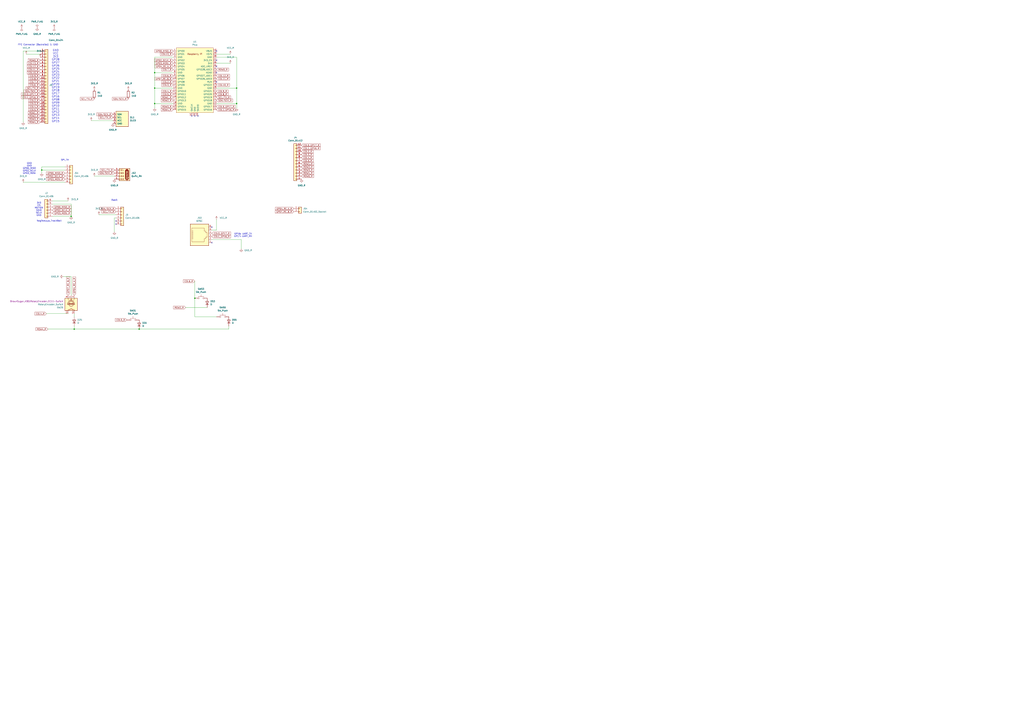
<source format=kicad_sch>
(kicad_sch (version 20250114) (generator "eeschema") (generator_version "9.0")
  (paper "A1")
  (lib_symbols
    (symbol "BrownSugar_KBD:OLED" (pin_names (offset 1.016))
      (property "Reference" "OL" (at 0 7.62 0))
      (property "Value" "OLED" (at 0 -7.62 0))
      (symbol "OLED_1_1"
        (pin bidirectional line (at -7.62 3.81 0) (length 2.54) (name "SDA") (number "1"))
        (pin bidirectional line (at -7.62 1.27 0) (length 2.54) (name "SCL") (number "2"))
        (pin power_in line (at -7.62 -1.27 0) (length 2.54) (name "VCC") (number "3"))
        (pin power_in line (at -7.62 -3.81 0) (length 2.54) (name "GND") (number "4"))
      )
    )
    (symbol "Connector:6P6C" (pin_names (offset 1.016))
      (property "Reference" "J" (at -5.08 11.43 0))
      (property "Value" "6P6C" (at 2.54 11.43 0))
      (symbol "6P6C_1_1"
        (pin passive line (at 10.16 7.62 180) (length 2.54) (name "~") (number "6"))
        (pin passive line (at 10.16 5.08 180) (length 2.54) (name "~") (number "5"))
        (pin passive line (at 10.16 2.54 180) (length 2.54) (name "~") (number "4"))
        (pin passive line (at 10.16 0 180) (length 2.54) (name "~") (number "3"))
        (pin passive line (at 10.16 -2.54 180) (length 2.54) (name "~") (number "2"))
        (pin passive line (at 10.16 -5.08 180) (length 2.54) (name "~") (number "1"))
      )
    )
    (symbol "Connector_Generic:Conn_01x02" (pin_names (offset 1.016) (hide yes))
      (property "Reference" "J" (at 0 2.54 0))
      (property "Value" "Conn_01x02" (at 0 -5.08 0))
      (symbol "Conn_01x02_1_1"
        (pin passive line (at -5.08 0 0) (length 3.81) (name "Pin_1") (number "1"))
        (pin passive line (at -5.08 -2.54 0) (length 3.81) (name "Pin_2") (number "2"))
      )
    )
    (symbol "Connector_Generic:Conn_01x06" (pin_names (offset 1.016) (hide yes))
      (property "Reference" "J" (at 0 7.62 0))
      (property "Value" "Conn_01x06" (at 0 -10.16 0))
      (symbol "Conn_01x06_1_1"
        (pin passive line (at -5.08 5.08 0) (length 3.81) (name "Pin_1") (number "1"))
        (pin passive line (at -5.08 2.54 0) (length 3.81) (name "Pin_2") (number "2"))
        (pin passive line (at -5.08 0 0) (length 3.81) (name "Pin_3") (number "3"))
        (pin passive line (at -5.08 -2.54 0) (length 3.81) (name "Pin_4") (number "4"))
        (pin passive line (at -5.08 -5.08 0) (length 3.81) (name "Pin_5") (number "5"))
        (pin passive line (at -5.08 -7.62 0) (length 3.81) (name "Pin_6") (number "6"))
      )
    )
    (symbol "Connector_Generic:Conn_01x12" (pin_names (offset 1.016) (hide yes))
      (property "Reference" "J" (at 0 15.24 0))
      (property "Value" "Conn_01x12" (at 0 -17.78 0))
      (symbol "Conn_01x12_1_1"
        (pin passive line (at -5.08 12.7 0) (length 3.81) (name "Pin_1") (number "1"))
        (pin passive line (at -5.08 10.16 0) (length 3.81) (name "Pin_2") (number "2"))
        (pin passive line (at -5.08 7.62 0) (length 3.81) (name "Pin_3") (number "3"))
        (pin passive line (at -5.08 5.08 0) (length 3.81) (name "Pin_4") (number "4"))
        (pin passive line (at -5.08 2.54 0) (length 3.81) (name "Pin_5") (number "5"))
        (pin passive line (at -5.08 0 0) (length 3.81) (name "Pin_6") (number "6"))
        (pin passive line (at -5.08 -2.54 0) (length 3.81) (name "Pin_7") (number "7"))
        (pin passive line (at -5.08 -5.08 0) (length 3.81) (name "Pin_8") (number "8"))
        (pin passive line (at -5.08 -7.62 0) (length 3.81) (name "Pin_9") (number "9"))
        (pin passive line (at -5.08 -10.16 0) (length 3.81) (name "Pin_10") (number "10"))
        (pin passive line (at -5.08 -12.7 0) (length 3.81) (name "Pin_11") (number "11"))
        (pin passive line (at -5.08 -15.24 0) (length 3.81) (name "Pin_12") (number "12"))
      )
    )
    (symbol "Connector_Generic:Conn_01x24" (pin_names (offset 1.016) (hide yes))
      (property "Reference" "J" (at 0 30.48 0))
      (property "Value" "Conn_01x24" (at 0 -33.02 0))
      (symbol "Conn_01x24_1_1"
        (pin passive line (at -5.08 27.94 0) (length 3.81) (name "Pin_1") (number "1"))
        (pin passive line (at -5.08 25.4 0) (length 3.81) (name "Pin_2") (number "2"))
        (pin passive line (at -5.08 22.86 0) (length 3.81) (name "Pin_3") (number "3"))
        (pin passive line (at -5.08 20.32 0) (length 3.81) (name "Pin_4") (number "4"))
        (pin passive line (at -5.08 17.78 0) (length 3.81) (name "Pin_5") (number "5"))
        (pin passive line (at -5.08 15.24 0) (length 3.81) (name "Pin_6") (number "6"))
        (pin passive line (at -5.08 12.7 0) (length 3.81) (name "Pin_7") (number "7"))
        (pin passive line (at -5.08 10.16 0) (length 3.81) (name "Pin_8") (number "8"))
        (pin passive line (at -5.08 7.62 0) (length 3.81) (name "Pin_9") (number "9"))
        (pin passive line (at -5.08 5.08 0) (length 3.81) (name "Pin_10") (number "10"))
        (pin passive line (at -5.08 2.54 0) (length 3.81) (name "Pin_11") (number "11"))
        (pin passive line (at -5.08 0 0) (length 3.81) (name "Pin_12") (number "12"))
        (pin passive line (at -5.08 -2.54 0) (length 3.81) (name "Pin_13") (number "13"))
        (pin passive line (at -5.08 -5.08 0) (length 3.81) (name "Pin_14") (number "14"))
        (pin passive line (at -5.08 -7.62 0) (length 3.81) (name "Pin_15") (number "15"))
        (pin passive line (at -5.08 -10.16 0) (length 3.81) (name "Pin_16") (number "16"))
        (pin passive line (at -5.08 -12.7 0) (length 3.81) (name "Pin_17") (number "17"))
        (pin passive line (at -5.08 -15.24 0) (length 3.81) (name "Pin_18") (number "18"))
        (pin passive line (at -5.08 -17.78 0) (length 3.81) (name "Pin_19") (number "19"))
        (pin passive line (at -5.08 -20.32 0) (length 3.81) (name "Pin_20") (number "20"))
        (pin passive line (at -5.08 -22.86 0) (length 3.81) (name "Pin_21") (number "21"))
        (pin passive line (at -5.08 -25.4 0) (length 3.81) (name "Pin_22") (number "22"))
        (pin passive line (at -5.08 -27.94 0) (length 3.81) (name "Pin_23") (number "23"))
        (pin passive line (at -5.08 -30.48 0) (length 3.81) (name "Pin_24") (number "24"))
      )
    )
    (symbol "Device:D" (pin_numbers (hide yes)) (pin_names (offset 1.016) (hide yes))
      (property "Reference" "D" (at 0 2.54 0))
      (property "Value" "D" (at 0 -2.54 0))
      (symbol "D_1_1"
        (pin passive line (at -3.81 0 0) (length 2.54) (name "K") (number "1"))
        (pin passive line (at 3.81 0 180) (length 2.54) (name "A") (number "2"))
      )
    )
    (symbol "Device:R" (pin_numbers (hide yes)) (pin_names (offset 0))
      (property "Reference" "R" (at 2.032 0 90))
      (property "Value" "R" (at 0 0 90))
      (symbol "R_1_1"
        (pin passive line (at 0 3.81 270) (length 1.27) (name "~") (number "1"))
        (pin passive line (at 0 -3.81 90) (length 1.27) (name "~") (number "2"))
      )
    )
    (symbol "Device:RotaryEncoder_Switch" (pin_names (offset 0.254) (hide yes))
      (property "Reference" "SW" (at 0 6.604 0))
      (property "Value" "RotaryEncoder_Switch" (at 0 -6.604 0))
      (symbol "RotaryEncoder_Switch_1_1"
        (pin passive line (at -7.62 2.54 0) (length 2.54) (name "A") (number "A"))
        (pin passive line (at -7.62 0 0) (length 2.54) (name "C") (number "C"))
        (pin passive line (at -7.62 -2.54 0) (length 2.54) (name "B") (number "B"))
        (pin passive line (at 7.62 2.54 180) (length 2.54) (name "S1") (number "S1"))
        (pin passive line (at 7.62 -2.54 180) (length 2.54) (name "S2") (number "S2"))
      )
    )
    (symbol "RPi_Pico:Pico" (pin_names (offset 1.016))
      (property "Reference" "U" (at -13.97 27.94 0))
      (property "Value" "Pico" (at 0 19.05 0))
      (symbol "Pico_0_0"
        (text "Raspberry Pi" (at 0 21.59 0) (effects (font (size 1.27 1.27))))
      )
      (symbol "Pico_1_1"
        (pin bidirectional line (at -17.78 24.13 0) (length 2.54) (name "GPIO0") (number "1"))
        (pin bidirectional line (at -17.78 21.59 0) (length 2.54) (name "GPIO1") (number "2"))
        (pin power_in line (at -17.78 19.05 0) (length 2.54) (name "GND") (number "3"))
        (pin bidirectional line (at -17.78 16.51 0) (length 2.54) (name "GPIO2") (number "4"))
        (pin bidirectional line (at -17.78 13.97 0) (length 2.54) (name "GPIO3") (number "5"))
        (pin bidirectional line (at -17.78 11.43 0) (length 2.54) (name "GPIO4") (number "6"))
        (pin bidirectional line (at -17.78 8.89 0) (length 2.54) (name "GPIO5") (number "7"))
        (pin power_in line (at -17.78 6.35 0) (length 2.54) (name "GND") (number "8"))
        (pin bidirectional line (at -17.78 3.81 0) (length 2.54) (name "GPIO6") (number "9"))
        (pin bidirectional line (at -17.78 1.27 0) (length 2.54) (name "GPIO7") (number "10"))
        (pin bidirectional line (at -17.78 -1.27 0) (length 2.54) (name "GPIO8") (number "11"))
        (pin bidirectional line (at -17.78 -3.81 0) (length 2.54) (name "GPIO9") (number "12"))
        (pin power_in line (at -17.78 -6.35 0) (length 2.54) (name "GND") (number "13"))
        (pin bidirectional line (at -17.78 -8.89 0) (length 2.54) (name "GPIO10") (number "14"))
        (pin bidirectional line (at -17.78 -11.43 0) (length 2.54) (name "GPIO11") (number "15"))
        (pin bidirectional line (at -17.78 -13.97 0) (length 2.54) (name "GPIO12") (number "16"))
        (pin bidirectional line (at -17.78 -16.51 0) (length 2.54) (name "GPIO13") (number "17"))
        (pin power_in line (at -17.78 -19.05 0) (length 2.54) (name "GND") (number "18"))
        (pin bidirectional line (at -17.78 -21.59 0) (length 2.54) (name "GPIO14") (number "19"))
        (pin bidirectional line (at -17.78 -24.13 0) (length 2.54) (name "GPIO15") (number "20"))
        (pin input line (at -2.54 -29.21 90) (length 2.54) (name "SWCLK") (number "41"))
        (pin power_in line (at 0 -29.21 90) (length 2.54) (name "GND") (number "42"))
        (pin bidirectional line (at 2.54 -29.21 90) (length 2.54) (name "SWDIO") (number "43"))
        (pin unspecified line (at 17.78 24.13 180) (length 2.54) (name "VBUS") (number "40"))
        (pin unspecified line (at 17.78 21.59 180) (length 2.54) (name "VSYS") (number "39"))
        (pin bidirectional line (at 17.78 19.05 180) (length 2.54) (name "GND") (number "38"))
        (pin input line (at 17.78 16.51 180) (length 2.54) (name "3V3_EN") (number "37"))
        (pin unspecified line (at 17.78 13.97 180) (length 2.54) (name "3V3") (number "36"))
        (pin unspecified line (at 17.78 11.43 180) (length 2.54) (name "ADC_VREF") (number "35"))
        (pin bidirectional line (at 17.78 8.89 180) (length 2.54) (name "GPIO28_ADC2") (number "34"))
        (pin power_in line (at 17.78 6.35 180) (length 2.54) (name "AGND") (number "33"))
        (pin bidirectional line (at 17.78 3.81 180) (length 2.54) (name "GPIO27_ADC1") (number "32"))
        (pin bidirectional line (at 17.78 1.27 180) (length 2.54) (name "GPIO26_ADC0") (number "31"))
        (pin input line (at 17.78 -1.27 180) (length 2.54) (name "RUN") (number "30"))
        (pin bidirectional line (at 17.78 -3.81 180) (length 2.54) (name "GPIO22") (number "29"))
        (pin power_in line (at 17.78 -6.35 180) (length 2.54) (name "GND") (number "28"))
        (pin bidirectional line (at 17.78 -8.89 180) (length 2.54) (name "GPIO21") (number "27"))
        (pin bidirectional line (at 17.78 -11.43 180) (length 2.54) (name "GPIO20") (number "26"))
        (pin bidirectional line (at 17.78 -13.97 180) (length 2.54) (name "GPIO19") (number "25"))
        (pin bidirectional line (at 17.78 -16.51 180) (length 2.54) (name "GPIO18") (number "24"))
        (pin power_in line (at 17.78 -19.05 180) (length 2.54) (name "GND") (number "23"))
        (pin bidirectional line (at 17.78 -21.59 180) (length 2.54) (name "GPIO17") (number "22"))
        (pin bidirectional line (at 17.78 -24.13 180) (length 2.54) (name "GPIO16") (number "21"))
      )
    )
    (symbol "SparkFun-Connector:Qwiic_Right_Angle" (pin_names (offset 1.016) (hide yes))
      (property "Reference" "J" (at 0 5.08 0))
      (property "Value" "Qwiic_RA" (at 0 -7.62 0))
      (symbol "Qwiic_Right_Angle_1_1"
        (text "SCL" (at 1.27 2.54 0) (effects (font (size 1 1))))
        (text "SDA" (at 1.27 0 0) (effects (font (size 1 1))))
        (text "3V3" (at 1.27 -2.54 0) (effects (font (size 1 1))))
        (text "GND" (at 1.27 -5.08 0) (effects (font (size 1 1))))
        (pin passive line (at -5.08 2.54 0) (length 3.81) (name "Pin_4") (number "4"))
        (pin passive line (at -5.08 0 0) (length 3.81) (name "Pin_3") (number "3"))
        (pin passive line (at -5.08 -2.54 0) (length 3.81) (name "Pin_2") (number "2"))
        (pin passive line (at -5.08 -5.08 0) (length 3.81) (name "Pin_1") (number "1"))
        (pin no_connect line (at 5.08 3.81 270) (length 2.54) (hide yes) (name "NC") (number "NC1"))
        (pin no_connect line (at 6.35 3.81 270) (length 2.54) (hide yes) (name "NC") (number "NC2"))
      )
    )
    (symbol "Switch:SW_Push" (pin_numbers (hide yes)) (pin_names (offset 1.016) (hide yes))
      (property "Reference" "SW" (at 1.27 2.54 0))
      (property "Value" "SW_Push" (at 0 -1.524 0))
      (symbol "SW_Push_0_1"
        (pin passive line (at -5.08 0 0) (length 2.54) (name "1") (number "1"))
        (pin passive line (at 5.08 0 180) (length 2.54) (name "2") (number "2"))
      )
    )
    (symbol "power:GND" (power) (pin_numbers (hide yes)) (pin_names (offset 0) (hide yes))
      (property "Value" "GND" (at 0 -3.81 0))
      (symbol "GND_1_1"
        (pin power_in line (at 0 0 270) (length 0) (name "~") (number "1"))
      )
    )
    (symbol "power:PWR_FLAG" (power) (pin_numbers (hide yes)) (pin_names (offset 0) (hide yes))
      (property "Value" "PWR_FLAG" (at 0 3.81 0))
      (symbol "PWR_FLAG_0_0"
        (pin power_out line (at 0 0 90) (length 0) (name "~") (number "1"))
      )
    )
    (symbol "power:VCC" (power) (pin_numbers (hide yes)) (pin_names (offset 0) (hide yes))
      (property "Value" "VCC" (at 0 3.556 0))
      (symbol "VCC_1_1"
        (pin power_in line (at 0 0 90) (length 0) (name "~") (number "1"))
      )
    )
  )
  (text "GND\nGND\nGP00_MISO\nGP02_SCLK\nGP03_MOSI" (at 24.13 138.43 0) (effects (font (size 1.27 1.27))))
  (text "Rabit" (at 93.98 164.592 0) (effects (font (size 1.27 1.27))))
  (text "SPI_TH" (at 53.34 131.572 0) (effects (font (size 1.27 1.27))))
  (text "GP16: UART_TX\nGP17: UART_RX" (at 199.644 193.294 0) (effects (font (size 1.27 1.27))))
  (text "Nogikesuya_TrackBall\n" (at 40.386 181.61 0) (effects (font (size 1.27 1.27))))
  (text "3V3\nCS\nMOTION\nSDIO\nSCLK\nGND" (at 32.004 171.958 0) (effects (font (size 1.27 1.27))))
  (text "FFC Connector (Backside) １: GND" (at 31.242 36.83 0) (effects (font (size 1.27 1.27))))
  (text "GND\nVCC\n3V3\nGP28\nGP27\nGP26\nGP25\nGP24\nGP23\nGP22\nGP21\nGP20\nGP19\nGP18\nGP17\nGP16\nGP08\nGP09\nGP10\nGP11\nGP12\nGP13\nGP14\nGP15\n" (at 45.72 70.612 0) (effects (font (size 1.5748 1.5748))))
  (junction (at 60.96 270.51))
  (junction (at 127 72.39))
  (junction (at 58.42 177.8))
  (junction (at 194.31 72.39))
  (junction (at 34.29 139.7))
  (junction (at 114.3 270.51))
  (junction (at 160.02 245.11))
  (junction (at 194.31 85.09))
  (junction (at 127 59.69))
  (junction (at 127 85.09))
  (no_connect (at 162.56 95.25))
  (no_connect (at 177.8 67.31))
  (no_connect (at 177.8 41.91))
  (no_connect (at 95.25 181.61))
  (no_connect (at 173.99 186.69))
  (no_connect (at 177.8 49.53))
  (no_connect (at 160.02 95.25))
  (no_connect (at 157.48 95.25))
  (no_connect (at 173.99 199.39))
  (no_connect (at 95.25 184.15))
  (no_connect (at 177.8 59.69))
  (no_connect (at 177.8 54.61))
  (wire (pts (xy 43.18 167.64) (xy 58.42 167.64)))
  (wire (pts (xy 142.24 46.99) (xy 127 46.99)))
  (wire (pts (xy 19.05 149.86) (xy 53.34 149.86)))
  (wire (pts (xy 194.31 46.99) (xy 194.31 72.39)))
  (wire (pts (xy 177.8 85.09) (xy 194.31 85.09)))
  (wire (pts (xy 114.3 270.51) (xy 187.96 270.51)))
  (wire (pts (xy 127 85.09) (xy 142.24 85.09)))
  (wire (pts (xy 60.96 257.81) (xy 60.96 260.35)))
  (wire (pts (xy 60.96 270.51) (xy 114.3 270.51)))
  (wire (pts (xy 173.99 196.85) (xy 198.12 196.85)))
  (wire (pts (xy 81.28 176.53) (xy 95.25 176.53)))
  (wire (pts (xy 58.42 227.33) (xy 52.07 227.33)))
  (wire (pts (xy 194.31 88.9) (xy 194.31 85.09)))
  (wire (pts (xy 189.23 52.07) (xy 177.8 52.07)))
  (wire (pts (xy 160.02 231.14) (xy 160.02 245.11)))
  (wire (pts (xy 194.31 72.39) (xy 194.31 85.09)))
  (wire (pts (xy 177.8 260.35) (xy 160.02 260.35)))
  (wire (pts (xy 152.4 252.73) (xy 170.18 252.73)))
  (wire (pts (xy 39.37 270.51) (xy 60.96 270.51)))
  (wire (pts (xy 34.29 137.16) (xy 34.29 139.7)))
  (wire (pts (xy 19.05 41.91) (xy 19.05 100.33)))
  (wire (pts (xy 187.96 270.51) (xy 187.96 267.97)))
  (wire (pts (xy 60.96 267.97) (xy 60.96 270.51)))
  (wire (pts (xy 177.8 46.99) (xy 194.31 46.99)))
  (wire (pts (xy 177.8 189.23) (xy 173.99 189.23)))
  (wire (pts (xy 127 46.99) (xy 127 59.69)))
  (wire (pts (xy 198.12 196.85) (xy 198.12 204.47)))
  (wire (pts (xy 34.29 139.7) (xy 53.34 139.7)))
  (wire (pts (xy 127 72.39) (xy 127 85.09)))
  (wire (pts (xy 77.47 144.78) (xy 93.98 144.78)))
  (wire (pts (xy 74.93 99.06) (xy 92.71 99.06)))
  (wire (pts (xy 58.42 177.8) (xy 43.18 177.8)))
  (wire (pts (xy 21.59 44.45) (xy 33.02 44.45)))
  (wire (pts (xy 93.98 179.07) (xy 95.25 179.07)))
  (wire (pts (xy 177.8 180.34) (xy 177.8 189.23)))
  (wire (pts (xy 93.98 190.5) (xy 93.98 179.07)))
  (wire (pts (xy 189.23 44.45) (xy 177.8 44.45)))
  (wire (pts (xy 127 59.69) (xy 142.24 59.69)))
  (wire (pts (xy 127 72.39) (xy 142.24 72.39)))
  (wire (pts (xy 177.8 72.39) (xy 194.31 72.39)))
  (wire (pts (xy 34.29 139.7) (xy 34.29 142.24)))
  (wire (pts (xy 58.42 167.64) (xy 58.42 177.8)))
  (wire (pts (xy 38.1 257.81) (xy 55.88 257.81)))
  (wire (pts (xy 160.02 260.35) (xy 160.02 245.11)))
  (wire (pts (xy 43.18 165.1) (xy 55.88 165.1)))
  (wire (pts (xy 58.42 242.57) (xy 58.42 227.33)))
  (wire (pts (xy 33.02 41.91) (xy 19.05 41.91)))
  (wire (pts (xy 127 59.69) (xy 127 72.39)))
  (wire (pts (xy 53.34 137.16) (xy 34.29 137.16)))
  (wire (pts (xy 127 85.09) (xy 127 88.9)))
  (global_label "SCL{slash}TX_R" (shape input) (at 177.8 80.01 0) (property "Intersheetrefs" "${INTERSHEET_REFS}" (effects (hide yes))))
  (global_label "ROW4_R" (shape input) (at 33.02 100.33 180) (property "Intersheetrefs" "${INTERSHEET_REFS}" (effects (hide yes))))
  (global_label "COL5_R" (shape input) (at 247.65 132.08 0) (property "Intersheetrefs" "${INTERSHEET_REFS}" (effects (hide yes))))
  (global_label "COL11_R" (shape input) (at 33.02 57.15 180) (property "Intersheetrefs" "${INTERSHEET_REFS}" (effects (hide yes))))
  (global_label "GP02_SCLK_R" (shape input) (at 142.24 49.53 180) (property "Intersheetrefs" "${INTERSHEET_REFS}" (effects (hide yes))))
  (global_label "COL1_GP16_R" (shape input) (at 247.65 121.92 0) (property "Intersheetrefs" "${INTERSHEET_REFS}" (effects (hide yes))))
  (global_label "COL5_R" (shape input) (at 142.24 77.47 180) (property "Intersheetrefs" "${INTERSHEET_REFS}" (effects (hide yes))))
  (global_label "COL2_R" (shape input) (at 142.24 67.31 180) (property "Intersheetrefs" "${INTERSHEET_REFS}" (effects (hide yes))))
  (global_label "COL5_R" (shape input) (at 104.14 262.89 180) (property "Intersheetrefs" "${INTERSHEET_REFS}" (effects (hide yes))))
  (global_label "SCL{slash}TX_R" (shape input) (at 33.02 72.39 180) (property "Intersheetrefs" "${INTERSHEET_REFS}" (effects (hide yes))))
  (global_label "COL3_R" (shape input) (at 247.65 127 0) (property "Intersheetrefs" "${INTERSHEET_REFS}" (effects (hide yes))))
  (global_label "GP04_RE_A_R" (shape input) (at 142.24 54.61 180) (property "Intersheetrefs" "${INTERSHEET_REFS}" (effects (hide yes))))
  (global_label "ROW0_R" (shape input) (at 177.8 57.15 0) (property "Intersheetrefs" "${INTERSHEET_REFS}" (effects (hide yes))))
  (global_label "ROW3_R" (shape input) (at 33.02 97.79 180) (property "Intersheetrefs" "${INTERSHEET_REFS}" (effects (hide yes))))
  (global_label "COL5_R" (shape input) (at 33.02 90.17 180) (property "Intersheetrefs" "${INTERSHEET_REFS}" (effects (hide yes))))
  (global_label "COL11_R" (shape input) (at 177.8 64.77 0) (property "Intersheetrefs" "${INTERSHEET_REFS}" (effects (hide yes))))
  (global_label "COL12_R" (shape input) (at 33.02 54.61 180) (property "Intersheetrefs" "${INTERSHEET_REFS}" (effects (hide yes))))
  (global_label "COL0_GP17_R" (shape input) (at 173.99 191.77 0) (property "Intersheetrefs" "${INTERSHEET_REFS}" (effects (hide yes))))
  (global_label "GP03_MOSI_R" (shape input) (at 43.18 175.26 0) (property "Intersheetrefs" "${INTERSHEET_REFS}" (effects (hide yes))))
  (global_label "ROW1_R" (shape input) (at 247.65 134.62 0) (property "Intersheetrefs" "${INTERSHEET_REFS}" (effects (hide yes))))
  (global_label "COL1_GP16_R" (shape input) (at 33.02 80.01 180) (property "Intersheetrefs" "${INTERSHEET_REFS}" (effects (hide yes))))
  (global_label "COL7_R" (shape input) (at 142.24 57.15 180) (property "Intersheetrefs" "${INTERSHEET_REFS}" (effects (hide yes))))
  (global_label "SCL{slash}TX_R" (shape input) (at 77.47 81.28 180) (property "Intersheetrefs" "${INTERSHEET_REFS}" (effects (hide yes))))
  (global_label "COL3_R" (shape input) (at 33.02 85.09 180) (property "Intersheetrefs" "${INTERSHEET_REFS}" (effects (hide yes))))
  (global_label "ROW4_R" (shape input) (at 39.37 270.51 180) (property "Intersheetrefs" "${INTERSHEET_REFS}" (effects (hide yes))))
  (global_label "COL12_R" (shape input) (at 177.8 62.23 0) (property "Intersheetrefs" "${INTERSHEET_REFS}" (effects (hide yes))))
  (global_label "SDA{slash}SCK_R" (shape input) (at 33.02 74.93 180) (property "Intersheetrefs" "${INTERSHEET_REFS}" (effects (hide yes))))
  (global_label "COL2_R" (shape input) (at 33.02 82.55 180) (property "Intersheetrefs" "${INTERSHEET_REFS}" (effects (hide yes))))
  (global_label "ROW2_R" (shape input) (at 33.02 95.25 180) (property "Intersheetrefs" "${INTERSHEET_REFS}" (effects (hide yes))))
  (global_label "COL0_GP17_R" (shape input) (at 247.65 119.38 0) (property "Intersheetrefs" "${INTERSHEET_REFS}" (effects (hide yes))))
  (global_label "COL0_GP17_R" (shape input) (at 33.02 77.47 180) (property "Intersheetrefs" "${INTERSHEET_REFS}" (effects (hide yes))))
  (global_label "ROW2_R" (shape input) (at 247.65 137.16 0) (property "Intersheetrefs" "${INTERSHEET_REFS}" (effects (hide yes))))
  (global_label "GP07_RE_B_R" (shape input) (at 142.24 64.77 180) (property "Intersheetrefs" "${INTERSHEET_REFS}" (effects (hide yes))))
  (global_label "ROW1_R" (shape input) (at 33.02 92.71 180) (property "Intersheetrefs" "${INTERSHEET_REFS}" (effects (hide yes))))
  (global_label "COL8_R" (shape input) (at 33.02 64.77 180) (property "Intersheetrefs" "${INTERSHEET_REFS}" (effects (hide yes))))
  (global_label "COL4_R" (shape input) (at 142.24 74.93 180) (property "Intersheetrefs" "${INTERSHEET_REFS}" (effects (hide yes))))
  (global_label "SDA{slash}SCK_R" (shape input) (at 93.98 142.24 180) (property "Intersheetrefs" "${INTERSHEET_REFS}" (effects (hide yes))))
  (global_label "GP00_MISO_R" (shape input) (at 142.24 41.91 180) (property "Intersheetrefs" "${INTERSHEET_REFS}" (effects (hide yes))))
  (global_label "COL6_R" (shape input) (at 160.02 231.14 180) (property "Intersheetrefs" "${INTERSHEET_REFS}" (effects (hide yes))))
  (global_label "COL3_R" (shape input) (at 142.24 69.85 180) (property "Intersheetrefs" "${INTERSHEET_REFS}" (effects (hide yes))))
  (global_label "GP00_MISO_R" (shape input) (at 43.18 170.18 0) (property "Intersheetrefs" "${INTERSHEET_REFS}" (effects (hide yes))))
  (global_label "COL13_R" (shape input) (at 33.02 52.07 180) (property "Intersheetrefs" "${INTERSHEET_REFS}" (effects (hide yes))))
  (global_label "ROW4_R" (shape input) (at 247.65 142.24 0) (property "Intersheetrefs" "${INTERSHEET_REFS}" (effects (hide yes))))
  (global_label "GP02_SCLK_R" (shape input) (at 43.18 172.72 0) (property "Intersheetrefs" "${INTERSHEET_REFS}" (effects (hide yes))))
  (global_label "COL1_GP16_R" (shape input) (at 173.99 194.31 0) (property "Intersheetrefs" "${INTERSHEET_REFS}" (effects (hide yes))))
  (global_label "COL8_R" (shape input) (at 177.8 77.47 0) (property "Intersheetrefs" "${INTERSHEET_REFS}" (effects (hide yes))))
  (global_label "GP03_MOSI_R" (shape input) (at 53.34 147.32 180) (property "Intersheetrefs" "${INTERSHEET_REFS}" (effects (hide yes))))
  (global_label "SCL{slash}TX_R" (shape input) (at 92.71 96.52 180) (property "Intersheetrefs" "${INTERSHEET_REFS}" (effects (hide yes))))
  (global_label "ROW0_R" (shape input) (at 33.02 49.53 180) (property "Intersheetrefs" "${INTERSHEET_REFS}" (effects (hide yes))))
  (global_label "COL10_R" (shape input) (at 177.8 69.85 0) (property "Intersheetrefs" "${INTERSHEET_REFS}" (effects (hide yes))))
  (global_label "ROW2_R" (shape input) (at 142.24 82.55 180) (property "Intersheetrefs" "${INTERSHEET_REFS}" (effects (hide yes))))
  (global_label "ROW3_R" (shape input) (at 247.65 139.7 0) (property "Intersheetrefs" "${INTERSHEET_REFS}" (effects (hide yes))))
  (global_label "GP07_RE_B_R" (shape input) (at 241.3 173.99 180) (property "Intersheetrefs" "${INTERSHEET_REFS}" (effects (hide yes))))
  (global_label "COL7_R" (shape input) (at 33.02 67.31 180) (property "Intersheetrefs" "${INTERSHEET_REFS}" (effects (hide yes))))
  (global_label "COL2_R" (shape input) (at 247.65 124.46 0) (property "Intersheetrefs" "${INTERSHEET_REFS}" (effects (hide yes))))
  (global_label "COL4_R" (shape input) (at 33.02 87.63 180) (property "Intersheetrefs" "${INTERSHEET_REFS}" (effects (hide yes))))
  (global_label "COL0_GP17_R" (shape input) (at 177.8 87.63 0) (property "Intersheetrefs" "${INTERSHEET_REFS}" (effects (hide yes))))
  (global_label "GP03_MOSI_R" (shape input) (at 142.24 52.07 180) (property "Intersheetrefs" "${INTERSHEET_REFS}" (effects (hide yes))))
  (global_label "GP02_SCLK_R" (shape input) (at 53.34 144.78 180) (property "Intersheetrefs" "${INTERSHEET_REFS}" (effects (hide yes))))
  (global_label "GP04_RE_A_R" (shape input) (at 60.96 242.57 90) (property "Intersheetrefs" "${INTERSHEET_REFS}" (effects (hide yes))))
  (global_label "COL1_GP16_R" (shape input) (at 177.8 90.17 0) (property "Intersheetrefs" "${INTERSHEET_REFS}" (effects (hide yes))))
  (global_label "SDA{slash}SCK_R" (shape input) (at 92.71 93.98 180) (property "Intersheetrefs" "${INTERSHEET_REFS}" (effects (hide yes))))
  (global_label "COL10_R" (shape input) (at 33.02 59.69 180) (property "Intersheetrefs" "${INTERSHEET_REFS}" (effects (hide yes))))
  (global_label "SDA{slash}SCK_R" (shape input) (at 95.25 171.45 180) (property "Intersheetrefs" "${INTERSHEET_REFS}" (effects (hide yes))))
  (global_label "SCL{slash}TX_R" (shape input) (at 93.98 139.7 180) (property "Intersheetrefs" "${INTERSHEET_REFS}" (effects (hide yes))))
  (global_label "COL9_R" (shape input) (at 33.02 62.23 180) (property "Intersheetrefs" "${INTERSHEET_REFS}" (effects (hide yes))))
  (global_label "COL6_R" (shape input) (at 142.24 62.23 180) (property "Intersheetrefs" "${INTERSHEET_REFS}" (effects (hide yes))))
  (global_label "ROW3_R" (shape input) (at 142.24 87.63 180) (property "Intersheetrefs" "${INTERSHEET_REFS}" (effects (hide yes))))
  (global_label "COL4_R" (shape input) (at 247.65 129.54 0) (property "Intersheetrefs" "${INTERSHEET_REFS}" (effects (hide yes))))
  (global_label "SDA{slash}SCK_R" (shape input) (at 177.8 82.55 0) (property "Intersheetrefs" "${INTERSHEET_REFS}" (effects (hide yes))))
  (global_label "COL13_R" (shape input) (at 142.24 44.45 180) (property "Intersheetrefs" "${INTERSHEET_REFS}" (effects (hide yes))))
  (global_label "ROW0_R" (shape input) (at 247.65 144.78 0) (property "Intersheetrefs" "${INTERSHEET_REFS}" (effects (hide yes))))
  (global_label "COL9_R" (shape input) (at 177.8 74.93 0) (property "Intersheetrefs" "${INTERSHEET_REFS}" (effects (hide yes))))
  (global_label "GP07_RE_B_R" (shape input) (at 55.88 242.57 90) (property "Intersheetrefs" "${INTERSHEET_REFS}" (effects (hide yes))))
  (global_label "COL4_R" (shape input) (at 38.1 257.81 180) (property "Intersheetrefs" "${INTERSHEET_REFS}" (effects (hide yes))))
  (global_label "ROW1_R" (shape input) (at 142.24 80.01 180) (property "Intersheetrefs" "${INTERSHEET_REFS}" (effects (hide yes))))
  (global_label "GP00_MISO_R" (shape input) (at 53.34 142.24 180) (property "Intersheetrefs" "${INTERSHEET_REFS}" (effects (hide yes))))
  (global_label "SDA{slash}SCK_R" (shape input) (at 105.41 81.28 180) (property "Intersheetrefs" "${INTERSHEET_REFS}" (effects (hide yes))))
  (global_label "SCL{slash}TX_R" (shape input) (at 95.25 173.99 180) (property "Intersheetrefs" "${INTERSHEET_REFS}" (effects (hide yes))))
  (global_label "GP04_RE_A_R" (shape input) (at 241.3 171.45 180) (property "Intersheetrefs" "${INTERSHEET_REFS}" (effects (hide yes))))
  (global_label "ROW2_R" (shape input) (at 152.4 252.73 180) (property "Intersheetrefs" "${INTERSHEET_REFS}" (effects (hide yes))))
  (global_label "ROW4_R" (shape input) (at 142.24 90.17 180) (property "Intersheetrefs" "${INTERSHEET_REFS}" (effects (hide yes))))
  (global_label "COL6_R" (shape input) (at 33.02 69.85 180) (property "Intersheetrefs" "${INTERSHEET_REFS}" (effects (hide yes))))
  (symbol (lib_id "power:GND") (at 194.31 88.9 0) (unit 1)
    (property "Reference" "#PWR010" (effects (hide yes)))
    (property "Value" "GND_R" (at 194.31 93.98 0))
    (property "Description" "Power symbol creates a global label with name \"GND\" , ground" (effects (hide yes)))
  )
  (symbol (lib_id "Connector_Generic:Conn_01x02") (at 246.38 171.45 0) (unit 1)
    (property "Reference" "J54" (at 248.92 171.4499 0) (effects (justify left)))
    (property "Value" "Conn_01x02_Socket" (at 248.92 173.9899 0) (effects (justify left)))
    (property "Footprint" "Connector_PinHeader_2.54mm:PinHeader_1x02_P2.54mm_Vertical" (effects (hide yes)))
    (property "Description" "Generic connector, single row, 01x02, script generated (kicad-library-utils/schlib/autogen/connector/)" (effects (hide yes)))
  )
  (symbol (lib_id "power:GND") (at 93.98 147.32 0) (unit 1)
    (property "Reference" "#PWR07" (effects (hide yes)))
    (property "Value" "GND_R" (at 93.98 152.4 0))
    (property "Description" "Power symbol creates a global label with name \"GND\" , ground" (effects (hide yes)))
  )
  (symbol (lib_id "power:GND") (at 92.71 101.6 0) (unit 1)
    (property "Reference" "#PWR011" (effects (hide yes)))
    (property "Value" "GND_R" (at 92.71 106.68 0))
    (property "Description" "Power symbol creates a global label with name \"GND\" , ground" (effects (hide yes)))
  )
  (symbol (lib_id "power:GND") (at 127 88.9 0) (unit 1)
    (property "Reference" "#PWR021" (effects (hide yes)))
    (property "Value" "GND_R" (at 127 93.98 0))
    (property "Description" "Power symbol creates a global label with name \"GND\" , ground" (effects (hide yes)))
  )
  (symbol (lib_id "Connector_Generic:Conn_01x12") (at 242.57 134.62 180) (unit 1)
    (property "Reference" "J4" (at 242.57 113.03 0))
    (property "Value" "Conn_01x12" (at 242.57 115.57 0))
    (property "Footprint" "DreaM117er-keebLibrary:Hirose_FH12-12S-0.5SH_1x12-1MP_P0.50mm_Horizontal" (effects (hide yes)))
    (property "Description" "Generic connector, single row, 01x12, script generated (kicad-library-utils/schlib/autogen/connector/)" (effects (hide yes)))
  )
  (symbol (lib_id "SparkFun-Connector:Qwiic_Right_Angle") (at 99.06 142.24 0) (unit 1)
    (property "Reference" "J52" (at 107.95 142.2399 0) (effects (justify left)))
    (property "Value" "Qwiic_RA" (at 107.95 144.7799 0) (effects (justify left)))
    (property "Footprint" "SparkFun-Connector:JST_SMD_1.0mm-4_Black" (effects (hide yes)))
    (property "Datasheet" "https://www.jst-mfg.com/product/pdf/eng/eSH.pdf" (effects (hide yes)))
    (property "Description" "4 pin JST 1mm polarized connector for I2C" (effects (hide yes)))
    (property "PROD_ID" "CONN-13694" (effects (hide yes)))
  )
  (symbol (lib_id "Connector_Generic:Conn_01x06") (at 38.1 172.72 180) (unit 1)
    (property "Reference" "J2" (at 38.1 158.75 0))
    (property "Value" "Conn_01x06" (at 38.1 161.29 0))
    (property "Footprint" "Connector_FFC-FPC:Hirose_FH12-6S-0.5SH_1x06-1MP_P0.50mm_Horizontal" (effects (hide yes)))
    (property "Description" "Generic connector, single row, 01x06, script generated (kicad-library-utils/schlib/autogen/connector/)" (effects (hide yes)))
  )
  (symbol (lib_id "power:VCC") (at 77.47 144.78 0) (unit 1)
    (property "Reference" "#PWR018" (effects (hide yes)))
    (property "Value" "3V3_R" (at 77.47 139.7 0))
    (property "Description" "Power symbol creates a global label with name \"VCC\"" (effects (hide yes)))
  )
  (symbol (lib_id "power:VCC") (at 55.88 165.1 0) (unit 1)
    (property "Reference" "#PWR027" (effects (hide yes)))
    (property "Value" "3V3_R" (at 58.42 163.8299 0) (effects (justify left)))
    (property "Description" "Power symbol creates a global label with name \"VCC\"" (effects (hide yes)))
  )
  (symbol (lib_id "power:GND") (at 198.12 204.47 0) (unit 1)
    (property "Reference" "#PWR058" (effects (hide yes)))
    (property "Value" "GND_R" (at 200.66 205.7399 0) (effects (justify left)))
    (property "Description" "Power symbol creates a global label with name \"GND\" , ground" (effects (hide yes)))
  )
  (symbol (lib_id "power:GND") (at 30.48 22.86 0) (unit 1)
    (property "Reference" "#PWR06" (effects (hide yes)))
    (property "Value" "GND_R" (at 30.48 27.94 0))
    (property "Description" "Power symbol creates a global label with name \"GND\" , ground" (effects (hide yes)))
  )
  (symbol (lib_id "Switch:SW_Push") (at 165.1 245.11 0) (mirror y) (unit 1)
    (property "Reference" "SW53" (at 165.1 237.49 0))
    (property "Value" "SW_Push" (at 165.1 240.03 0))
    (property "Footprint" "Rikkodo_FootPrint:rkd_Asm_ChocV1V2_Hotswap_1u" (effects (hide yes)))
    (property "Description" "Push button switch, generic, two pins" (effects (hide yes)))
  )
  (symbol (lib_id "Device:D") (at 187.96 264.16 90) (unit 1)
    (property "Reference" "D55" (at 190.5 262.8899 90) (effects (justify right)))
    (property "Value" "D" (at 190.5 265.4299 90) (effects (justify right)))
    (property "Footprint" "kbd_Parts:Diode_SMD" (effects (hide yes)))
    (property "Description" "Diode" (effects (hide yes)))
    (property "Sim.Device" "D" (effects (hide yes)))
    (property "Sim.Pins" "1=K 2=A" (effects (hide yes)))
  )
  (symbol (lib_id "power:VCC") (at 17.78 22.86 0) (unit 1)
    (property "Reference" "#PWR05" (effects (hide yes)))
    (property "Value" "VCC_R" (at 17.78 17.78 0))
    (property "Description" "Power symbol creates a global label with name \"VCC\"" (effects (hide yes)))
  )
  (symbol (lib_id "Device:D") (at 114.3 266.7 90) (unit 1)
    (property "Reference" "D31" (at 116.84 265.4299 90) (effects (justify right)))
    (property "Value" "D" (at 116.84 267.9699 90) (effects (justify right)))
    (property "Footprint" "kbd_Parts:Diode_SMD" (effects (hide yes)))
    (property "Description" "Diode" (effects (hide yes)))
    (property "Sim.Device" "D" (effects (hide yes)))
    (property "Sim.Pins" "1=K 2=A" (effects (hide yes)))
  )
  (symbol (lib_id "power:VCC") (at 21.59 44.45 0) (unit 1)
    (property "Reference" "#PWR02" (effects (hide yes)))
    (property "Value" "VCC_R" (at 21.59 39.37 0))
    (property "Description" "Power symbol creates a global label with name \"VCC\"" (effects (hide yes)))
  )
  (symbol (lib_id "Device:R") (at 105.41 77.47 0) (unit 1)
    (property "Reference" "R2" (at 107.95 76.2 0) (effects (justify left)))
    (property "Value" "1kΩ" (at 107.95 78.74 0) (effects (justify left)))
    (property "Footprint" "Resistor_SMD:R_0603_1608Metric" (effects (hide yes)))
  )
  (symbol (lib_id "power:GND") (at 58.42 177.8 0) (unit 1)
    (property "Reference" "#PWR025" (effects (hide yes)))
    (property "Value" "GND_R" (at 58.42 182.88 0))
    (property "Description" "Power symbol creates a global label with name \"GND\" , ground" (effects (hide yes)))
  )
  (symbol (lib_id "Connector_Generic:Conn_01x06") (at 100.33 176.53 0) (unit 1)
    (property "Reference" "J3" (at 102.87 176.5299 0) (effects (justify left)))
    (property "Value" "Conn_01x06" (at 102.87 179.0699 0) (effects (justify left)))
    (property "Footprint" "DreaM117er-keebLibrary:Hirose_FH12-6S-0.5SH_1x06-1MP_P0.50mm_Horizontal" (effects (hide yes)))
  )
  (symbol (lib_id "Device:R") (at 77.47 77.47 0) (unit 1)
    (property "Reference" "R1" (at 80.01 76.2 0) (effects (justify left)))
    (property "Value" "1kΩ" (at 80.01 78.74 0) (effects (justify left)))
    (property "Footprint" "Resistor_SMD:R_0603_1608Metric" (effects (hide yes)))
  )
  (symbol (lib_id "Device:D") (at 170.18 248.92 90) (unit 1)
    (property "Reference" "D53" (at 172.72 247.6499 90) (effects (justify right)))
    (property "Value" "D" (at 172.72 250.1899 90) (effects (justify right)))
    (property "Footprint" "kbd_Parts:Diode_SMD" (effects (hide yes)))
    (property "Description" "Diode" (effects (hide yes)))
    (property "Sim.Device" "D" (effects (hide yes)))
    (property "Sim.Pins" "1=K 2=A" (effects (hide yes)))
  )
  (symbol (lib_id "power:PWR_FLAG") (at 17.78 22.86 180) (unit 1)
    (property "Reference" "#FLG01" (effects (hide yes)))
    (property "Value" "PWR_FLAG" (at 17.78 27.94 0))
    (property "Description" "Special symbol for telling ERC where power comes from" (effects (hide yes)))
  )
  (symbol (lib_id "power:PWR_FLAG") (at 30.48 22.86 0) (unit 1)
    (property "Reference" "#FLG02" (effects (hide yes)))
    (property "Value" "PWR_FLAG" (at 30.48 17.78 0))
    (property "Description" "Special symbol for telling ERC where power comes from" (effects (hide yes)))
  )
  (symbol (lib_id "power:GND") (at 52.07 227.33 270) (unit 1)
    (property "Reference" "#PWR04" (effects (hide yes)))
    (property "Value" "GND_R" (at 48.26 227.3299 90) (effects (justify right)))
    (property "Description" "Power symbol creates a global label with name \"GND\" , ground" (effects (hide yes)))
  )
  (symbol (lib_id "RPi_Pico:Pico") (at 160.02 66.04 0) (unit 1)
    (property "Reference" "U1" (at 160.02 34.29 0))
    (property "Value" "Pico" (at 160.02 36.83 0))
    (property "Footprint" "Rikkodo_FootPrint:rkd_RPi_Pico_TH_NODBG" (effects (hide yes)))
  )
  (symbol (lib_id "power:GND") (at 93.98 190.5 0) (unit 1)
    (property "Reference" "#PWR013" (effects (hide yes)))
    (property "Value" "GND_R" (at 93.98 195.58 0))
    (property "Description" "Power symbol creates a global label with name \"GND\" , ground" (effects (hide yes)))
  )
  (symbol (lib_id "Device:D") (at 60.96 264.16 90) (unit 1)
    (property "Reference" "D25" (at 63.5 262.8899 90) (effects (justify right)))
    (property "Value" "D" (at 63.5 265.4299 90) (effects (justify right)))
    (property "Footprint" "kbd_Parts:Diode_SMD" (effects (hide yes)))
    (property "Description" "Diode" (effects (hide yes)))
    (property "Sim.Device" "D" (effects (hide yes)))
    (property "Sim.Pins" "1=K 2=A" (effects (hide yes)))
  )
  (symbol (lib_id "power:VCC") (at 177.8 180.34 0) (unit 1)
    (property "Reference" "#PWR057" (effects (hide yes)))
    (property "Value" "VCC_R" (at 180.34 179.0699 0) (effects (justify left)))
    (property "Description" "Power symbol creates a global label with name \"VCC\"" (effects (hide yes)))
  )
  (symbol (lib_id "Connector_Generic:Conn_01x06") (at 58.42 142.24 0) (unit 1)
    (property "Reference" "J51" (at 60.96 142.2399 0) (effects (justify left)))
    (property "Value" "Conn_01x06" (at 60.96 144.7799 0) (effects (justify left)))
    (property "Footprint" "Connector_PinHeader_2.54mm:PinHeader_1x06_P2.54mm_Horizontal" (effects (hide yes)))
    (property "Description" "Generic connector, single row, 01x06, script generated (kicad-library-utils/schlib/autogen/connector/)" (effects (hide yes)))
  )
  (symbol (lib_id "power:VCC") (at 74.93 99.06 0) (unit 1)
    (property "Reference" "#PWR015" (effects (hide yes)))
    (property "Value" "3V3_R" (at 74.93 93.98 0))
    (property "Description" "Power symbol creates a global label with name \"VCC\"" (effects (hide yes)))
  )
  (symbol (lib_id "power:PWR_FLAG") (at 44.45 22.86 180) (unit 1)
    (property "Reference" "#FLG03" (effects (hide yes)))
    (property "Value" "PWR_FLAG" (at 44.45 27.94 0))
    (property "Description" "Special symbol for telling ERC where power comes from" (effects (hide yes)))
  )
  (symbol (lib_id "power:VCC") (at 81.28 176.53 0) (unit 1)
    (property "Reference" "#PWR023" (effects (hide yes)))
    (property "Value" "3V3_R" (at 81.28 171.45 0))
    (property "Description" "Power symbol creates a global label with name \"VCC\"" (effects (hide yes)))
  )
  (symbol (lib_id "power:GND") (at 19.05 100.33 0) (unit 1)
    (property "Reference" "#PWR01" (effects (hide yes)))
    (property "Value" "GND_R" (at 19.05 105.41 0))
    (property "Description" "Power symbol creates a global label with name \"GND\" , ground" (effects (hide yes)))
  )
  (symbol (lib_id "power:GND") (at 247.65 147.32 0) (unit 1)
    (property "Reference" "#PWR020" (effects (hide yes)))
    (property "Value" "GND_R" (at 247.65 152.4 0))
    (property "Description" "Power symbol creates a global label with name \"GND\" , ground" (effects (hide yes)))
  )
  (symbol (lib_id "Connector:6P6C") (at 163.83 194.31 0) (unit 1)
    (property "Reference" "J53" (at 163.83 179.07 0))
    (property "Value" "6P6C" (at 163.83 181.61 0))
    (property "Footprint" "Connector_RJ:RJ12_Amphenol_54601-x06_Horizontal" (effects (hide yes)))
    (property "Description" "RJ connector, 6P6C (6 positions 6 connected), RJ12/RJ18/RJ25" (effects (hide yes)))
  )
  (symbol (lib_id "Switch:SW_Push") (at 109.22 262.89 0) (mirror y) (unit 1)
    (property "Reference" "SW31" (at 109.22 255.27 0))
    (property "Value" "SW_Push" (at 109.22 257.81 0))
    (property "Footprint" "Rikkodo_FootPrint:rkd_Asm_ChocV1V2_Hotswap_1u" (effects (hide yes)))
    (property "Description" "Push button switch, generic, two pins" (effects (hide yes)))
  )
  (symbol (lib_id "power:VCC") (at 33.02 46.99 0) (unit 1)
    (property "Reference" "#PWR016" (effects (hide yes)))
    (property "Value" "3V3_R" (at 33.02 41.91 0))
    (property "Description" "Power symbol creates a global label with name \"VCC\"" (effects (hide yes)))
  )
  (symbol (lib_id "Connector_Generic:Conn_01x24") (at 38.1 69.85 0) (unit 1)
    (property "Reference" "J1" (at 40.64 69.8499 0) (effects (justify left)))
    (property "Value" "Conn_01x24" (at 40.132 33.02 0) (effects (justify left)))
    (property "Footprint" "Connector_FFC-FPC:Hirose_FH12-24S-0.5SH_1x24-1MP_P0.50mm_Horizontal" (effects (hide yes)))
    (property "Description" "Generic connector, single row, 01x24, script generated (kicad-library-utils/schlib/autogen/connector/)" (effects (hide yes)))
  )
  (symbol (lib_id "power:GND") (at 34.29 142.24 0) (unit 1)
    (property "Reference" "#PWR03" (effects (hide yes)))
    (property "Value" "GND_R" (at 34.29 147.32 0))
    (property "Description" "Power symbol creates a global label with name \"GND\" , ground" (effects (hide yes)))
  )
  (symbol (lib_id "Device:RotaryEncoder_Switch") (at 58.42 250.19 270) (unit 1)
    (property "Reference" "SW25" (at 52.07 252.7301 90) (effects (justify right)))
    (property "Value" "RotaryEncoder_Switch" (at 52.07 250.1901 90) (effects (justify right)))
    (property "Footprint" "BrownSugar_KBD:RotaryEncoder_EC11-Switch" (at 52.07 247.6501 90) (effects (justify right)))
    (property "Description" "Rotary encoder, dual channel, incremental quadrate outputs, with switch" (effects (hide yes)))
  )
  (symbol (lib_id "power:VCC") (at 19.05 149.86 0) (unit 1)
    (property "Reference" "#PWR09" (effects (hide yes)))
    (property "Value" "3V3_R" (at 19.05 144.78 0))
    (property "Description" "Power symbol creates a global label with name \"VCC\"" (effects (hide yes)))
  )
  (symbol (lib_id "power:VCC") (at 44.45 22.86 0) (unit 1)
    (property "Reference" "#PWR014" (effects (hide yes)))
    (property "Value" "3V3_R" (at 44.45 17.78 0))
    (property "Description" "Power symbol creates a global label with name \"VCC\"" (effects (hide yes)))
  )
  (symbol (lib_id "BrownSugar_KBD:OLED") (at 100.33 97.79 0) (unit 1)
    (property "Reference" "OL1" (at 106.68 96.5199 0) (effects (justify left)))
    (property "Value" "OLED" (at 106.68 99.0599 0) (effects (justify left)))
    (property "Footprint" "BrownSugar_KBD:OLED_center_display" (effects (hide yes)))
  )
  (symbol (lib_id "power:VCC") (at 189.23 52.07 0) (unit 1)
    (property "Reference" "#PWR017" (effects (hide yes)))
    (property "Value" "3V3_R" (at 189.23 46.99 0))
    (property "Description" "Power symbol creates a global label with name \"VCC\"" (effects (hide yes)))
  )
  (symbol (lib_id "Switch:SW_Push") (at 182.88 260.35 0) (mirror y) (unit 1)
    (property "Reference" "SW55" (at 182.88 252.73 0))
    (property "Value" "SW_Push" (at 182.88 255.27 0))
    (property "Footprint" "Rikkodo_FootPrint:rkd_Asm_ChocV1V2_Hotswap_1u" (effects (hide yes)))
    (property "Description" "Push button switch, generic, two pins" (effects (hide yes)))
  )
  (symbol (lib_id "power:VCC") (at 105.41 73.66 0) (unit 1)
    (property "Reference" "#PWR022" (effects (hide yes)))
    (property "Value" "3V3_R" (at 105.41 68.58 0))
    (property "Description" "Power symbol creates a global label with name \"VCC\"" (effects (hide yes)))
  )
  (symbol (lib_id "power:VCC") (at 189.23 44.45 0) (unit 1)
    (property "Reference" "#PWR08" (effects (hide yes)))
    (property "Value" "VCC_R" (at 189.23 39.37 0))
    (property "Description" "Power symbol creates a global label with name \"VCC\"" (effects (hide yes)))
  )
  (symbol (lib_id "power:VCC") (at 77.47 73.66 0) (unit 1)
    (property "Reference" "#PWR019" (effects (hide yes)))
    (property "Value" "3V3_R" (at 77.47 68.58 0))
    (property "Description" "Power symbol creates a global label with name \"VCC\"" (effects (hide yes)))
  )
)
</source>
